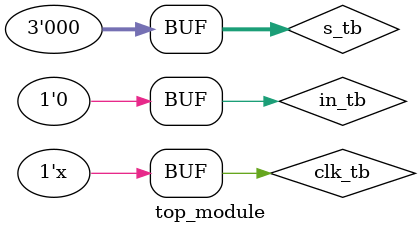
<source format=v>

module top_module();

    parameter clk_period = 10;
    
    reg clk_tb;
    reg in_tb;
    reg [2:0] s_tb;
    wire out_tb;  
    
    q7 uut (.clk(clk_tb), .in(in_tb), .s(s_tb), .out(out_tb));
    
    always begin
        #(clk_period/2)  clk_tb = ~clk_tb;
    end
    
    initial begin
        clk_tb = 0;
        in_tb = 0;
        s_tb = 2;
        
        #10 s_tb = 6;
        
        #10
        s_tb = 2;
        in_tb = 1;
        
        #10
        s_tb = 7;
        in_tb = 0;
        
        #10
        s_tb = 0;
        in_tb = 1;
        
        #30 in_tb = 0;
    end 
    
endmodule

</source>
